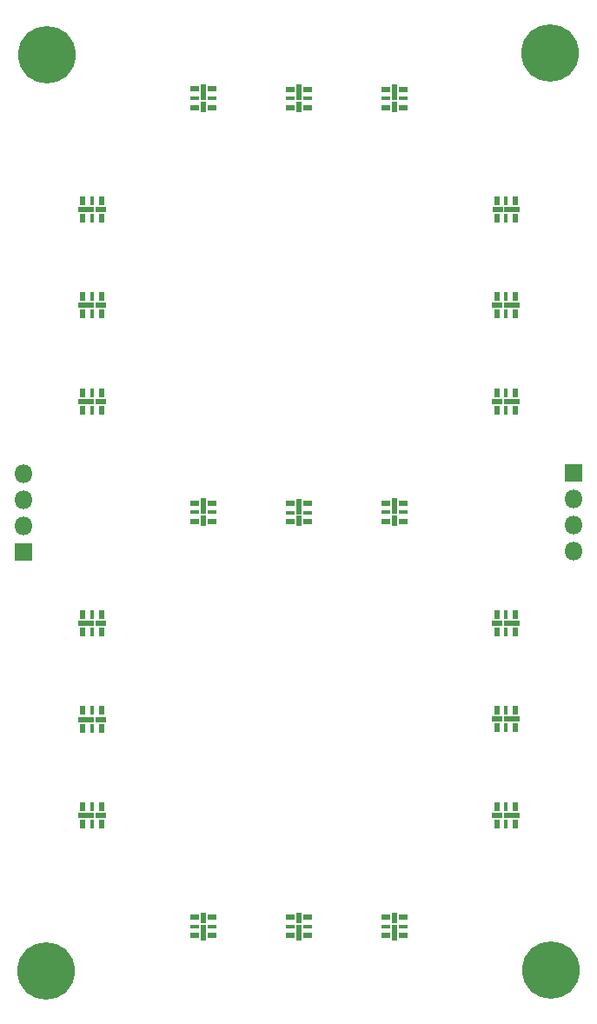
<source format=gts>
G04 #@! TF.GenerationSoftware,KiCad,Pcbnew,5.1.5-1.fc31*
G04 #@! TF.CreationDate,2020-04-30T18:23:36-07:00*
G04 #@! TF.ProjectId,apa102_7seg_digit,61706131-3032-45f3-9773-65675f646967,rev?*
G04 #@! TF.SameCoordinates,Original*
G04 #@! TF.FileFunction,Soldermask,Top*
G04 #@! TF.FilePolarity,Negative*
%FSLAX46Y46*%
G04 Gerber Fmt 4.6, Leading zero omitted, Abs format (unit mm)*
G04 Created by KiCad (PCBNEW 5.1.5-1.fc31) date 2020-04-30 18:23:36*
%MOMM*%
%LPD*%
G04 APERTURE LIST*
%ADD10C,5.601600*%
%ADD11R,1.581600X0.601600*%
%ADD12R,1.101600X0.601600*%
%ADD13R,0.601600X0.901600*%
%ADD14R,0.401600X0.901600*%
%ADD15R,0.901600X0.601600*%
%ADD16R,0.901600X0.401600*%
%ADD17R,0.601600X1.101600*%
%ADD18R,0.601600X1.581600*%
%ADD19O,1.801600X1.801600*%
%ADD20R,1.801600X1.801600*%
G04 APERTURE END LIST*
D10*
X169908037Y-141127852D03*
X120699951Y-141182669D03*
X120759647Y-51930503D03*
X169780779Y-51791620D03*
D11*
X166078649Y-76371005D03*
D12*
X164658649Y-76371005D03*
D13*
X164588649Y-75521005D03*
X166388649Y-75521005D03*
D14*
X165488649Y-75521005D03*
D13*
X166388649Y-77221005D03*
D14*
X165488649Y-77221005D03*
D13*
X164588649Y-77221005D03*
D11*
X124584751Y-67040545D03*
D12*
X126004751Y-67040545D03*
D13*
X126074751Y-67890545D03*
X124274751Y-67890545D03*
D14*
X125174751Y-67890545D03*
D13*
X124274751Y-66190545D03*
D14*
X125174751Y-66190545D03*
D13*
X126074751Y-66190545D03*
X126070776Y-75516255D03*
D14*
X125170776Y-75516255D03*
D13*
X124270776Y-75516255D03*
D14*
X125170776Y-77216255D03*
D13*
X124270776Y-77216255D03*
X126070776Y-77216255D03*
D12*
X126000776Y-76366255D03*
D11*
X124580776Y-76366255D03*
X124584075Y-85705620D03*
D12*
X126004075Y-85705620D03*
D13*
X126074075Y-86555620D03*
X124274075Y-86555620D03*
D14*
X125174075Y-86555620D03*
D13*
X124274075Y-84855620D03*
D14*
X125174075Y-84855620D03*
D13*
X126074075Y-84855620D03*
X126066613Y-106514227D03*
D14*
X125166613Y-106514227D03*
D13*
X124266613Y-106514227D03*
D14*
X125166613Y-108214227D03*
D13*
X124266613Y-108214227D03*
X126066613Y-108214227D03*
D12*
X125996613Y-107364227D03*
D11*
X124576613Y-107364227D03*
X124590089Y-116685579D03*
D12*
X126010089Y-116685579D03*
D13*
X126080089Y-117535579D03*
X124280089Y-117535579D03*
D14*
X125180089Y-117535579D03*
D13*
X124280089Y-115835579D03*
D14*
X125180089Y-115835579D03*
D13*
X126080089Y-115835579D03*
X126070344Y-125171020D03*
D14*
X125170344Y-125171020D03*
D13*
X124270344Y-125171020D03*
D14*
X125170344Y-126871020D03*
D13*
X124270344Y-126871020D03*
X126070344Y-126871020D03*
D12*
X126000344Y-126021020D03*
D11*
X124580344Y-126021020D03*
D15*
X136853941Y-57096988D03*
D16*
X136853941Y-56196988D03*
D15*
X136853941Y-55296988D03*
D16*
X135153941Y-56196988D03*
D15*
X135153941Y-55296988D03*
X135153941Y-57096988D03*
D17*
X136003941Y-57026988D03*
D18*
X136003941Y-55606988D03*
X135990683Y-95939327D03*
D17*
X135990683Y-97359327D03*
D15*
X135140683Y-97429327D03*
X135140683Y-95629327D03*
D16*
X135140683Y-96529327D03*
D15*
X136840683Y-95629327D03*
D16*
X136840683Y-96529327D03*
D15*
X136840683Y-97429327D03*
D18*
X135992115Y-137436518D03*
D17*
X135992115Y-136016518D03*
D15*
X136842115Y-135946518D03*
X136842115Y-137746518D03*
D16*
X136842115Y-136846518D03*
D15*
X135142115Y-137746518D03*
D16*
X135142115Y-136846518D03*
D15*
X135142115Y-135946518D03*
X146188118Y-57121980D03*
D16*
X146188118Y-56221980D03*
D15*
X146188118Y-55321980D03*
D16*
X144488118Y-56221980D03*
D15*
X144488118Y-55321980D03*
X144488118Y-57121980D03*
D17*
X145338118Y-57051980D03*
D18*
X145338118Y-55631980D03*
D15*
X146172448Y-97446117D03*
D16*
X146172448Y-96546117D03*
D15*
X146172448Y-95646117D03*
D16*
X144472448Y-96546117D03*
D15*
X144472448Y-95646117D03*
X144472448Y-97446117D03*
D17*
X145322448Y-97376117D03*
D18*
X145322448Y-95956117D03*
D15*
X144475557Y-135953695D03*
D16*
X144475557Y-136853695D03*
D15*
X144475557Y-137753695D03*
D16*
X146175557Y-136853695D03*
D15*
X146175557Y-137753695D03*
X146175557Y-135953695D03*
D17*
X145325557Y-136023695D03*
D18*
X145325557Y-137443695D03*
X154671419Y-55632017D03*
D17*
X154671419Y-57052017D03*
D15*
X153821419Y-57122017D03*
X153821419Y-55322017D03*
D16*
X153821419Y-56222017D03*
D15*
X155521419Y-55322017D03*
D16*
X155521419Y-56222017D03*
D15*
X155521419Y-57122017D03*
D18*
X154671419Y-95939327D03*
D17*
X154671419Y-97359327D03*
D15*
X153821419Y-97429327D03*
X153821419Y-95629327D03*
D16*
X153821419Y-96529327D03*
D15*
X155521419Y-95629327D03*
D16*
X155521419Y-96529327D03*
D15*
X155521419Y-97429327D03*
D18*
X154665992Y-137430966D03*
D17*
X154665992Y-136010966D03*
D15*
X155515992Y-135940966D03*
X155515992Y-137740966D03*
D16*
X155515992Y-136840966D03*
D15*
X153815992Y-137740966D03*
D16*
X153815992Y-136840966D03*
D15*
X153815992Y-135940966D03*
D13*
X164600907Y-67875247D03*
D14*
X165500907Y-67875247D03*
D13*
X166400907Y-67875247D03*
D14*
X165500907Y-66175247D03*
D13*
X166400907Y-66175247D03*
X164600907Y-66175247D03*
D12*
X164670907Y-67025247D03*
D11*
X166090907Y-67025247D03*
D13*
X164590097Y-86553959D03*
D14*
X165490097Y-86553959D03*
D13*
X166390097Y-86553959D03*
D14*
X165490097Y-84853959D03*
D13*
X166390097Y-84853959D03*
X164590097Y-84853959D03*
D12*
X164660097Y-85703959D03*
D11*
X166080097Y-85703959D03*
D13*
X164591758Y-108212779D03*
D14*
X165491758Y-108212779D03*
D13*
X166391758Y-108212779D03*
D14*
X165491758Y-106512779D03*
D13*
X166391758Y-106512779D03*
X164591758Y-106512779D03*
D12*
X164661758Y-107362779D03*
D11*
X166081758Y-107362779D03*
X166075744Y-116679565D03*
D12*
X164655744Y-116679565D03*
D13*
X164585744Y-115829565D03*
X166385744Y-115829565D03*
D14*
X165485744Y-115829565D03*
D13*
X166385744Y-117529565D03*
D14*
X165485744Y-117529565D03*
D13*
X164585744Y-117529565D03*
X164588659Y-126875423D03*
D14*
X165488659Y-126875423D03*
D13*
X166388659Y-126875423D03*
D14*
X165488659Y-125175423D03*
D13*
X166388659Y-125175423D03*
X164588659Y-125175423D03*
D12*
X164658659Y-126025423D03*
D11*
X166078659Y-126025423D03*
D19*
X118482760Y-92731490D03*
X118482760Y-95271490D03*
X118482760Y-97811490D03*
D20*
X118482760Y-100351490D03*
X172092220Y-92708431D03*
D19*
X172092220Y-95248431D03*
X172092220Y-97788431D03*
X172092220Y-100328431D03*
M02*

</source>
